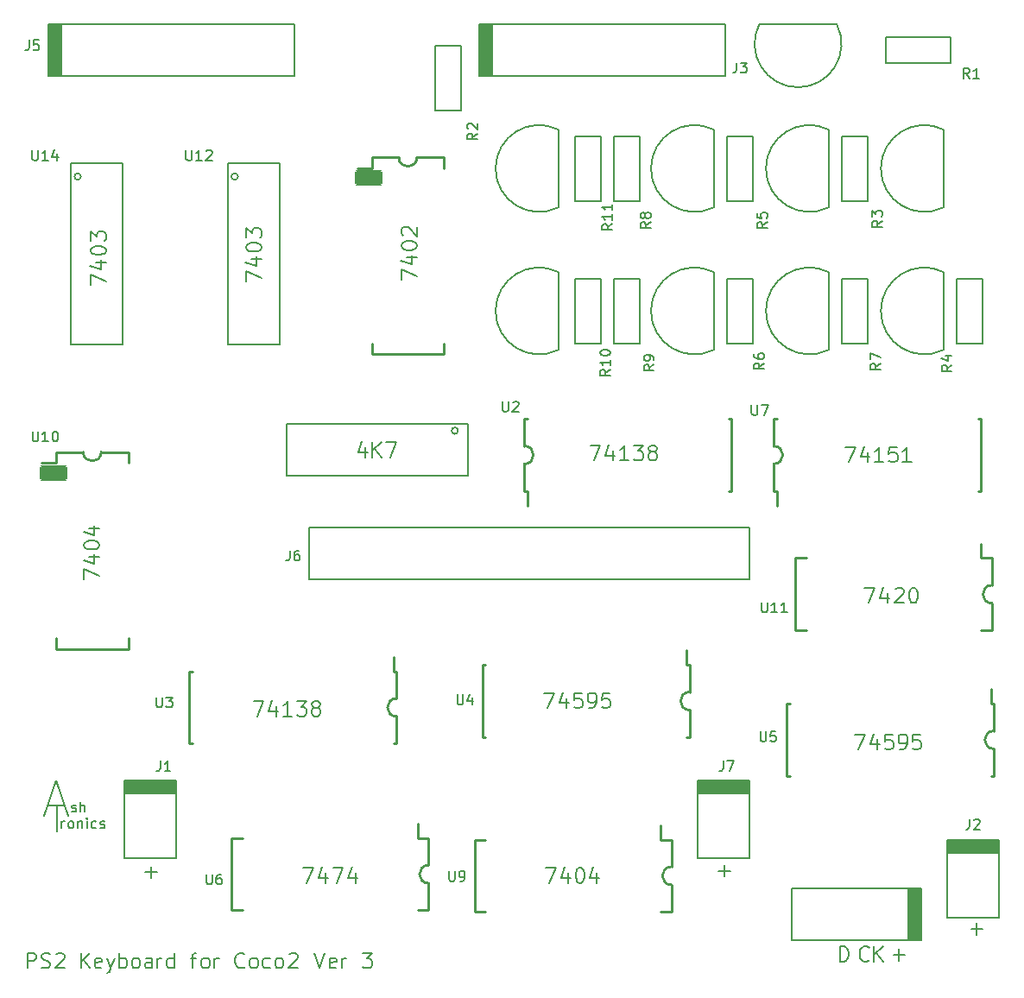
<source format=gbr>
G04 --- HEADER BEGIN --- *
G04 #@! TF.GenerationSoftware,LibrePCB,LibrePCB,1.0.0*
G04 #@! TF.CreationDate,2024-03-18T18:20:52*
G04 #@! TF.ProjectId,coco2 ps2 marriage,d66203e6-877b-4e41-8959-41fb69d6a211,v1*
G04 #@! TF.Part,Single*
G04 #@! TF.SameCoordinates*
G04 #@! TF.FileFunction,Legend,Top*
G04 #@! TF.FilePolarity,Positive*
%FSLAX66Y66*%
%MOMM*%
G01*
G75*
G04 --- HEADER END --- *
G04 --- APERTURE LIST BEGIN --- *
%ADD10C,0.25*%
%ADD11C,0.2*%
%ADD12C,0.01*%
%ADD13O,1.47X2.74*%
%AMROUNDEDRECT14*20,1,1.47,-1.27,0.0,1.27,0.0,90.0*20,1,1.27,-1.37,0.0,1.37,0.0,90.0*1,1,0.2,-0.635,-1.27*1,1,0.2,-0.635,1.27*1,1,0.2,0.635,1.27*1,1,0.2,0.635,-1.27*%
%ADD14ROUNDEDRECT14*%
%ADD15O,1.5X2.7*%
%ADD16O,2.7X1.5*%
%ADD17O,2.74X1.47*%
%AMROUNDEDRECT18*20,1,1.47,-1.27,0.0,1.27,0.0,0.0*20,1,1.27,-1.37,0.0,1.37,0.0,0.0*1,1,0.2,-1.27,0.635*1,1,0.2,1.27,0.635*1,1,0.2,1.27,-0.635*1,1,0.2,-1.27,-0.635*%
%ADD18ROUNDEDRECT18*%
G04 --- APERTURE LIST END --- *
G04 --- BOARD BEGIN --- *
D10*
G04 #@! TO.C,U4*
X49046250Y24966250D02*
X48736250Y24966250D01*
X48736250Y17896250D01*
X49046250Y17896250D01*
X68746250Y26386250D02*
X68746250Y24966250D01*
X69056250Y24966250D01*
X69056250Y22315250D01*
G03*
X69056250Y20547250I0J-884000D01*
G01*
X69056250Y17896250D01*
X68746250Y17896250D01*
D11*
G04 #@! TO.C,J3*
X48418750Y87788750D02*
X49688750Y87788750D01*
X49688750Y82708750D01*
X48418750Y82708750D01*
X48418750Y87788750D01*
D12*
G36*
X48418750Y87788750D02*
X49688750Y87788750D01*
X49688750Y82708750D01*
X48418750Y82708750D01*
X48418750Y87788750D01*
G37*
D11*
X49688750Y87788750D02*
X72548750Y87788750D01*
X72548750Y82708750D01*
X49688750Y82708750D01*
X49688750Y87788750D01*
D10*
G04 #@! TO.C,U6*
X42393750Y9400000D02*
X42393750Y7980000D01*
X43463750Y7980000D01*
X43463750Y5329000D01*
G03*
X43463750Y3561000I0J-884000D01*
G01*
X43463750Y910000D01*
X42393750Y910000D01*
X25233750Y7980000D02*
X24163750Y7980000D01*
X24163750Y910000D01*
X25233750Y910000D01*
D11*
G04 #@! TO.C,U12*
X23812500Y74136250D02*
X28892500Y74136250D01*
X28892500Y56356250D01*
X23812500Y56356250D01*
X23812500Y74136250D01*
X24765000Y72866250D02*
G02*
X24130000Y72866250I-317500J0D01*
G01*
G02*
X24765000Y72866250I317500J0D01*
G01*
G04 #@! TO.C,Q4*
X75882500Y87788750D02*
X83502500Y87788750D01*
X75882500Y87788750D02*
G03*
X83502500Y87788750I3810000J-1905000D01*
G01*
G04 #@! TO.C,R6*
X72707500Y62865000D02*
X72707500Y56515000D01*
X75247500Y56515000D01*
X75247500Y62865000D01*
X72707500Y62865000D01*
D10*
G04 #@! TO.C,U7*
X97321250Y42026250D02*
X97631250Y42026250D01*
X97631250Y49096250D01*
X97321250Y49096250D01*
X77621250Y40606250D02*
X77621250Y42026250D01*
X77311250Y42026250D01*
X77311250Y44677250D01*
G03*
X77311250Y46445250I0J884000D01*
G01*
X77311250Y49096250D01*
X77621250Y49096250D01*
D11*
G04 #@! TO.C,U14*
X8413750Y74136250D02*
X13493750Y74136250D01*
X13493750Y56356250D01*
X8413750Y56356250D01*
X8413750Y74136250D01*
X9366250Y72866250D02*
G02*
X8731250Y72866250I-317500J0D01*
G01*
G02*
X9366250Y72866250I317500J0D01*
G01*
G04 #@! TO.C,J1*
X18732500Y13652500D02*
X18732500Y12382500D01*
X13652500Y12382500D01*
X13652500Y13652500D01*
X18732500Y13652500D01*
D12*
G36*
X18732500Y13652500D02*
X18732500Y12382500D01*
X13652500Y12382500D01*
X13652500Y13652500D01*
X18732500Y13652500D01*
G37*
D11*
X18732500Y13652500D02*
X18732500Y6032500D01*
X13652500Y6032500D01*
X13652500Y13652500D01*
X18732500Y13652500D01*
G04 #@! TO.C,J4*
X91757500Y-2063750D02*
X90487500Y-2063750D01*
X90487500Y3016250D01*
X91757500Y3016250D01*
X91757500Y-2063750D01*
D12*
G36*
X91757500Y-2063750D02*
X90487500Y-2063750D01*
X90487500Y3016250D01*
X91757500Y3016250D01*
X91757500Y-2063750D01*
G37*
D11*
X91757500Y-2063750D02*
X79057500Y-2063750D01*
X79057500Y3016250D01*
X91757500Y3016250D01*
X91757500Y-2063750D01*
G04 #@! TO.C,Q1*
X56197500Y77470000D02*
X56197500Y69850000D01*
X56197500Y77470000D02*
G03*
X56197500Y69850000I-1905000J-3810000D01*
G01*
G04 #@! TO.C,R2*
X44132500Y85725000D02*
X44132500Y79375000D01*
X46672500Y79375000D01*
X46672500Y85725000D01*
X44132500Y85725000D01*
G04 #@! TO.C,Q6*
X71437500Y77470000D02*
X71437500Y69850000D01*
X71437500Y77470000D02*
G03*
X71437500Y69850000I-1905000J-3810000D01*
G01*
G04 #@! TO.C,R11*
X57785000Y76835000D02*
X57785000Y70485000D01*
X60325000Y70485000D01*
X60325000Y76835000D01*
X57785000Y76835000D01*
D10*
G04 #@! TO.C,ee*
X36478750Y73667500D02*
X37898750Y73667500D01*
X37898750Y74737500D01*
X40549750Y74737500D01*
G03*
X42317750Y74737500I884000J0D01*
G01*
X44968750Y74737500D01*
X44968750Y73667500D01*
X37898750Y56507500D02*
X37898750Y55437500D01*
X44968750Y55437500D01*
X44968750Y56507500D01*
G04 #@! TO.C,U5*
X78891250Y21156250D02*
X78581250Y21156250D01*
X78581250Y14086250D01*
X78891250Y14086250D01*
X98591250Y22576250D02*
X98591250Y21156250D01*
X98901250Y21156250D01*
X98901250Y18505250D01*
G03*
X98901250Y16737250I0J-884000D01*
G01*
X98901250Y14086250D01*
X98591250Y14086250D01*
D11*
G04 #@! TO.C,Q5*
X82708750Y77470000D02*
X82708750Y69850000D01*
X82708750Y77470000D02*
G03*
X82708750Y69850000I-1905000J-3810000D01*
G01*
G04 #@! TO.C,J6*
X74930000Y33337500D02*
X31750000Y33337500D01*
X31750000Y38417500D01*
X74930000Y38417500D01*
X74930000Y33337500D01*
X74930000Y33337500D02*
X74930000Y38417500D01*
G04 #@! TO.C,Q2*
X93980000Y63500000D02*
X93980000Y55880000D01*
X93980000Y63500000D02*
G03*
X93980000Y55880000I-1905000J-3810000D01*
G01*
G04 #@! TO.C,R3*
X83978750Y76835000D02*
X83978750Y70485000D01*
X86518750Y70485000D01*
X86518750Y76835000D01*
X83978750Y76835000D01*
G04 #@! TO.C,?1*
X7461250Y8969375D02*
X7461250Y9636042D01*
X7461250Y9446042D02*
X7509028Y9540486D01*
X7556806Y9588264D01*
X7651250Y9636042D01*
X7746806Y9636042D01*
X8336806Y8969375D02*
X8242362Y9017153D01*
X8194584Y9064931D01*
X8146806Y9159375D01*
X8146806Y9446042D01*
X8194584Y9540486D01*
X8242362Y9588264D01*
X8336806Y9636042D01*
X8480139Y9636042D01*
X8575695Y9588264D01*
X8623473Y9540486D01*
X8670139Y9446042D01*
X8670139Y9159375D01*
X8623473Y9064931D01*
X8575695Y9017153D01*
X8480139Y8969375D01*
X8336806Y8969375D01*
X9070139Y9636042D02*
X9070139Y8969375D01*
X9070139Y9540486D02*
X9117917Y9588264D01*
X9213472Y9636042D01*
X9355695Y9636042D01*
X9451250Y9588264D01*
X9499028Y9492708D01*
X9499028Y8969375D01*
X9946806Y8969375D02*
X9946806Y9636042D01*
X9946806Y9969375D02*
X9899028Y9921597D01*
X9946806Y9873819D01*
X9994584Y9921597D01*
X9946806Y9969375D01*
X9946806Y9873819D01*
X10871251Y9017153D02*
X10775695Y8969375D01*
X10584584Y8969375D01*
X10490140Y9017153D01*
X10442362Y9064931D01*
X10394584Y9159375D01*
X10394584Y9446042D01*
X10442362Y9540486D01*
X10490140Y9588264D01*
X10584584Y9636042D01*
X10775695Y9636042D01*
X10871251Y9588264D01*
X11271251Y9017153D02*
X11366807Y8969375D01*
X11556807Y8969375D01*
X11652362Y9017153D01*
X11700140Y9112708D01*
X11700140Y9159375D01*
X11652362Y9254931D01*
X11556807Y9302708D01*
X11414584Y9302708D01*
X11319029Y9350486D01*
X11271251Y9446042D01*
X11271251Y9492708D01*
X11319029Y9588264D01*
X11414584Y9636042D01*
X11556807Y9636042D01*
X11652362Y9588264D01*
X8493125Y10604653D02*
X8588681Y10556875D01*
X8778681Y10556875D01*
X8874236Y10604653D01*
X8922014Y10700208D01*
X8922014Y10746875D01*
X8874236Y10842431D01*
X8778681Y10890208D01*
X8636458Y10890208D01*
X8540903Y10937986D01*
X8493125Y11033542D01*
X8493125Y11080208D01*
X8540903Y11175764D01*
X8636458Y11223542D01*
X8778681Y11223542D01*
X8874236Y11175764D01*
X9322014Y10556875D02*
X9322014Y11556875D01*
X9750903Y10556875D02*
X9750903Y11080208D01*
X9703125Y11175764D01*
X9607570Y11223542D01*
X9465347Y11223542D01*
X9369792Y11175764D01*
X9322014Y11127986D01*
X6270625Y11151875D02*
X7698403Y11151875D01*
X6984514Y8651875D02*
X6984514Y11151875D01*
X6128819Y11159444D02*
X7793264Y11159444D01*
X5794375Y10160000D02*
X6961042Y13660000D01*
X8127708Y10160000D01*
G04 #@! TO.C,RA1*
X47307500Y48577500D02*
X47307500Y43497500D01*
X29527500Y43497500D01*
X29527500Y48577500D01*
X47307500Y48577500D01*
X46355000Y47942500D02*
G02*
X45720000Y47942500I-317500J0D01*
G01*
G02*
X46355000Y47942500I317500J0D01*
G01*
G04 #@! TO.C,Q3*
X93980000Y77470000D02*
X93980000Y69850000D01*
X93980000Y77470000D02*
G03*
X93980000Y69850000I-1905000J-3810000D01*
G01*
G04 #@! TO.C,J5*
X6191250Y87788750D02*
X7461250Y87788750D01*
X7461250Y82708750D01*
X6191250Y82708750D01*
X6191250Y87788750D01*
D12*
G36*
X6191250Y87788750D02*
X7461250Y87788750D01*
X7461250Y82708750D01*
X6191250Y82708750D01*
X6191250Y87788750D01*
G37*
D11*
X7461250Y87788750D02*
X30321250Y87788750D01*
X30321250Y82708750D01*
X7461250Y82708750D01*
X7461250Y87788750D01*
G04 #@! TO.C,Q9*
X82708750Y63500000D02*
X82708750Y55880000D01*
X82708750Y63500000D02*
G03*
X82708750Y55880000I-1905000J-3810000D01*
G01*
G04 #@! TO.C,R5*
X72707500Y76835000D02*
X72707500Y70485000D01*
X75247500Y70485000D01*
X75247500Y76835000D01*
X72707500Y76835000D01*
G04 #@! TO.C,R1*
X88265000Y83978750D02*
X94615000Y83978750D01*
X94615000Y86518750D01*
X88265000Y86518750D01*
X88265000Y83978750D01*
G04 #@! TO.C,R9*
X61595000Y62865000D02*
X61595000Y56515000D01*
X64135000Y56515000D01*
X64135000Y62865000D01*
X61595000Y62865000D01*
D10*
G04 #@! TO.C,U10*
X5522500Y44775000D02*
X6942500Y44775000D01*
X6942500Y45845000D01*
X9593500Y45845000D01*
G03*
X11361500Y45845000I884000J0D01*
G01*
X14012500Y45845000D01*
X14012500Y44775000D01*
X6942500Y27615000D02*
X6942500Y26545000D01*
X14012500Y26545000D01*
X14012500Y27615000D01*
D11*
G04 #@! TO.C,Q8*
X56197500Y63500000D02*
X56197500Y55880000D01*
X56197500Y63500000D02*
G03*
X56197500Y55880000I-1905000J-3810000D01*
G01*
G04 #@! TO.C,J2*
X99377500Y7778750D02*
X99377500Y6508750D01*
X94297500Y6508750D01*
X94297500Y7778750D01*
X99377500Y7778750D01*
D12*
G36*
X99377500Y7778750D02*
X99377500Y6508750D01*
X94297500Y6508750D01*
X94297500Y7778750D01*
X99377500Y7778750D01*
G37*
D11*
X99377500Y7778750D02*
X99377500Y158750D01*
X94297500Y158750D01*
X94297500Y7778750D01*
X99377500Y7778750D01*
G04 #@! TO.C,R4*
X95250000Y62865000D02*
X95250000Y56515000D01*
X97790000Y56515000D01*
X97790000Y62865000D01*
X95250000Y62865000D01*
G04 #@! TO.C,R8*
X61595000Y76835000D02*
X61595000Y70485000D01*
X64135000Y70485000D01*
X64135000Y76835000D01*
X61595000Y76835000D01*
D10*
G04 #@! TO.C,U9*
X66206250Y9241250D02*
X66206250Y7821250D01*
X67276250Y7821250D01*
X67276250Y5170250D01*
G03*
X67276250Y3402250I0J-884000D01*
G01*
X67276250Y751250D01*
X66206250Y751250D01*
X49046250Y7821250D02*
X47976250Y7821250D01*
X47976250Y751250D01*
X49046250Y751250D01*
D11*
G04 #@! TO.C,R10*
X57785000Y62865000D02*
X57785000Y56515000D01*
X60325000Y56515000D01*
X60325000Y62865000D01*
X57785000Y62865000D01*
G04 #@! TO.C,R7*
X83978750Y62865000D02*
X83978750Y56515000D01*
X86518750Y56515000D01*
X86518750Y62865000D01*
X83978750Y62865000D01*
D10*
G04 #@! TO.C,U3*
X20312500Y24331250D02*
X20002500Y24331250D01*
X20002500Y17261250D01*
X20312500Y17261250D01*
X40012500Y25751250D02*
X40012500Y24331250D01*
X40322500Y24331250D01*
X40322500Y21680250D01*
G03*
X40322500Y19912250I0J-884000D01*
G01*
X40322500Y17261250D01*
X40012500Y17261250D01*
D11*
G04 #@! TO.C,Q7*
X71437500Y63500000D02*
X71437500Y55880000D01*
X71437500Y63500000D02*
G03*
X71437500Y55880000I-1905000J-3810000D01*
G01*
G04 #@! TO.C,J7*
X74930000Y13652500D02*
X74930000Y12382500D01*
X69850000Y12382500D01*
X69850000Y13652500D01*
X74930000Y13652500D01*
D12*
G36*
X74930000Y13652500D02*
X74930000Y12382500D01*
X69850000Y12382500D01*
X69850000Y13652500D01*
X74930000Y13652500D01*
G37*
D11*
X74930000Y13652500D02*
X74930000Y6032500D01*
X69850000Y6032500D01*
X69850000Y13652500D01*
X74930000Y13652500D01*
D10*
G04 #@! TO.C,U11*
X97638750Y36863750D02*
X97638750Y35443750D01*
X98708750Y35443750D01*
X98708750Y32792750D01*
G03*
X98708750Y31024750I0J-884000D01*
G01*
X98708750Y28373750D01*
X97638750Y28373750D01*
X80478750Y35443750D02*
X79408750Y35443750D01*
X79408750Y28373750D01*
X80478750Y28373750D01*
G04 #@! TO.C,U2*
X72873750Y42026250D02*
X73183750Y42026250D01*
X73183750Y49096250D01*
X72873750Y49096250D01*
X53173750Y40606250D02*
X53173750Y42026250D01*
X52863750Y42026250D01*
X52863750Y44677250D01*
G03*
X52863750Y46445250I0J884000D01*
G01*
X52863750Y49096250D01*
X53173750Y49096250D01*
D11*
G04 #@! TO.C,U4*
X46285000Y22066250D02*
X46285000Y21256250D01*
X46332778Y21161806D01*
X46380556Y21114028D01*
X46475000Y21066250D01*
X46666111Y21066250D01*
X46761667Y21114028D01*
X46808333Y21161806D01*
X46856111Y21256250D01*
X46856111Y22066250D01*
X47732778Y21732917D02*
X47732778Y21066250D01*
X47493889Y22114028D02*
X47256111Y21399583D01*
X47875000Y21399583D01*
G04 #@! TO.C,J3*
X73658611Y84026250D02*
X73658611Y83311806D01*
X73610833Y83169583D01*
X73515278Y83074028D01*
X73373056Y83026250D01*
X73277500Y83026250D01*
X74058611Y84026250D02*
X74677500Y84026250D01*
X74344167Y83645139D01*
X74487500Y83645139D01*
X74581944Y83597361D01*
X74629722Y83549583D01*
X74677500Y83455139D01*
X74677500Y83216250D01*
X74629722Y83121806D01*
X74581944Y83074028D01*
X74487500Y83026250D01*
X74201944Y83026250D01*
X74106389Y83074028D01*
X74058611Y83121806D01*
G04 #@! TO.C,U6*
X21668889Y4445000D02*
X21668889Y3635000D01*
X21716667Y3540556D01*
X21764445Y3492778D01*
X21858889Y3445000D01*
X22050000Y3445000D01*
X22145556Y3492778D01*
X22192222Y3540556D01*
X22240000Y3635000D01*
X22240000Y4445000D01*
X23116667Y4445000D02*
X22925556Y4445000D01*
X22830000Y4397222D01*
X22783333Y4349444D01*
X22687778Y4207222D01*
X22640000Y4016111D01*
X22640000Y3635000D01*
X22687778Y3540556D01*
X22735556Y3492778D01*
X22830000Y3445000D01*
X23021111Y3445000D01*
X23116667Y3492778D01*
X23163333Y3540556D01*
X23211111Y3635000D01*
X23211111Y3873889D01*
X23163333Y3968333D01*
X23116667Y4016111D01*
X23021111Y4063889D01*
X22830000Y4063889D01*
X22735556Y4016111D01*
X22687778Y3968333D01*
X22640000Y3873889D01*
G04 #@! TO.C,U12*
X19674445Y75453750D02*
X19674445Y74643750D01*
X19722223Y74549306D01*
X19770001Y74501528D01*
X19864445Y74453750D01*
X20055556Y74453750D01*
X20151112Y74501528D01*
X20197778Y74549306D01*
X20245556Y74643750D01*
X20245556Y75453750D01*
X21216667Y74453750D02*
X20645556Y74453750D01*
X20931112Y74453750D02*
X20931112Y75453750D01*
X20835556Y75310417D01*
X20741112Y75215972D01*
X20645556Y75168194D01*
X21664445Y75358194D02*
X21712223Y75405972D01*
X21806667Y75453750D01*
X22045556Y75453750D01*
X22140000Y75405972D01*
X22187778Y75358194D01*
X22235556Y75263750D01*
X22235556Y75168194D01*
X22187778Y75024861D01*
X21616667Y74453750D01*
X22235556Y74453750D01*
G04 #@! TO.C,R6*
X76358750Y54568750D02*
X75882083Y54235417D01*
X76358750Y53997639D02*
X75358750Y53997639D01*
X75358750Y54378750D01*
X75406528Y54474306D01*
X75454306Y54520972D01*
X75548750Y54568750D01*
X75692083Y54568750D01*
X75787639Y54520972D01*
X75835417Y54474306D01*
X75882083Y54378750D01*
X75882083Y53997639D01*
X75358750Y55445417D02*
X75358750Y55254306D01*
X75406528Y55158750D01*
X75454306Y55112083D01*
X75596528Y55016528D01*
X75787639Y54968750D01*
X76168750Y54968750D01*
X76263194Y55016528D01*
X76310972Y55064306D01*
X76358750Y55158750D01*
X76358750Y55349861D01*
X76310972Y55445417D01*
X76263194Y55492083D01*
X76168750Y55539861D01*
X75929861Y55539861D01*
X75835417Y55492083D01*
X75787639Y55445417D01*
X75739861Y55349861D01*
X75739861Y55158750D01*
X75787639Y55064306D01*
X75835417Y55016528D01*
X75929861Y54968750D01*
G04 #@! TO.C,U7*
X75132361Y50482500D02*
X75132361Y49672500D01*
X75180139Y49578056D01*
X75227917Y49530278D01*
X75322361Y49482500D01*
X75513472Y49482500D01*
X75609028Y49530278D01*
X75655694Y49578056D01*
X75703472Y49672500D01*
X75703472Y50482500D01*
X76103472Y50482500D02*
X76770139Y50482500D01*
X76341250Y49482500D01*
G04 #@! TO.C,U14*
X4593195Y75453750D02*
X4593195Y74643750D01*
X4640973Y74549306D01*
X4688751Y74501528D01*
X4783195Y74453750D01*
X4974306Y74453750D01*
X5069862Y74501528D01*
X5116528Y74549306D01*
X5164306Y74643750D01*
X5164306Y75453750D01*
X6135417Y74453750D02*
X5564306Y74453750D01*
X5849862Y74453750D02*
X5849862Y75453750D01*
X5754306Y75310417D01*
X5659862Y75215972D01*
X5564306Y75168194D01*
X7012084Y75120417D02*
X7012084Y74453750D01*
X6773195Y75501528D02*
X6535417Y74787083D01*
X7154306Y74787083D01*
G04 #@! TO.C,J1*
X17167500Y15557500D02*
X17167500Y14843056D01*
X17119722Y14700833D01*
X17024167Y14605278D01*
X16881945Y14557500D01*
X16786389Y14557500D01*
X18138611Y14557500D02*
X17567500Y14557500D01*
X17853056Y14557500D02*
X17853056Y15557500D01*
X17757500Y15414167D01*
X17663056Y15319722D01*
X17567500Y15271944D01*
G04 #@! TO.C,R2*
X48260000Y77087361D02*
X47783333Y76754028D01*
X48260000Y76516250D02*
X47260000Y76516250D01*
X47260000Y76897361D01*
X47307778Y76992917D01*
X47355556Y77039583D01*
X47450000Y77087361D01*
X47593333Y77087361D01*
X47688889Y77039583D01*
X47736667Y76992917D01*
X47783333Y76897361D01*
X47783333Y76516250D01*
X47355556Y77535139D02*
X47307778Y77582917D01*
X47260000Y77677361D01*
X47260000Y77916250D01*
X47307778Y78010694D01*
X47355556Y78058472D01*
X47450000Y78106250D01*
X47545556Y78106250D01*
X47688889Y78058472D01*
X48260000Y77487361D01*
X48260000Y78106250D01*
G04 #@! TO.C,R11*
X61483750Y68211945D02*
X61007083Y67878612D01*
X61483750Y67640834D02*
X60483750Y67640834D01*
X60483750Y68021945D01*
X60531528Y68117501D01*
X60579306Y68164167D01*
X60673750Y68211945D01*
X60817083Y68211945D01*
X60912639Y68164167D01*
X60960417Y68117501D01*
X61007083Y68021945D01*
X61007083Y67640834D01*
X61483750Y69183056D02*
X61483750Y68611945D01*
X61483750Y68897501D02*
X60483750Y68897501D01*
X60627083Y68801945D01*
X60721528Y68707501D01*
X60769306Y68611945D01*
X61483750Y70154167D02*
X61483750Y69583056D01*
X61483750Y69868612D02*
X60483750Y69868612D01*
X60627083Y69773056D01*
X60721528Y69678612D01*
X60769306Y69583056D01*
G04 #@! TO.C,U5*
X75995139Y18462500D02*
X75995139Y17652500D01*
X76042917Y17558056D01*
X76090695Y17510278D01*
X76185139Y17462500D01*
X76376250Y17462500D01*
X76471806Y17510278D01*
X76518472Y17558056D01*
X76566250Y17652500D01*
X76566250Y18462500D01*
X77489583Y18462500D02*
X77014028Y18462500D01*
X76966250Y17985833D01*
X77014028Y18033611D01*
X77109583Y18081389D01*
X77347361Y18081389D01*
X77442917Y18033611D01*
X77489583Y17985833D01*
X77537361Y17891389D01*
X77537361Y17652500D01*
X77489583Y17558056D01*
X77442917Y17510278D01*
X77347361Y17462500D01*
X77109583Y17462500D01*
X77014028Y17510278D01*
X76966250Y17558056D01*
G04 #@! TO.C,J6*
X29867500Y36195000D02*
X29867500Y35480556D01*
X29819722Y35338333D01*
X29724167Y35242778D01*
X29581945Y35195000D01*
X29486389Y35195000D01*
X30744167Y36195000D02*
X30553056Y36195000D01*
X30457500Y36147222D01*
X30410833Y36099444D01*
X30315278Y35957222D01*
X30267500Y35766111D01*
X30267500Y35385000D01*
X30315278Y35290556D01*
X30363056Y35242778D01*
X30457500Y35195000D01*
X30648611Y35195000D01*
X30744167Y35242778D01*
X30790833Y35290556D01*
X30838611Y35385000D01*
X30838611Y35623889D01*
X30790833Y35718333D01*
X30744167Y35766111D01*
X30648611Y35813889D01*
X30457500Y35813889D01*
X30363056Y35766111D01*
X30315278Y35718333D01*
X30267500Y35623889D01*
G04 #@! TO.C,R3*
X87947500Y68514861D02*
X87470833Y68181528D01*
X87947500Y67943750D02*
X86947500Y67943750D01*
X86947500Y68324861D01*
X86995278Y68420417D01*
X87043056Y68467083D01*
X87137500Y68514861D01*
X87280833Y68514861D01*
X87376389Y68467083D01*
X87424167Y68420417D01*
X87470833Y68324861D01*
X87470833Y67943750D01*
X86947500Y68914861D02*
X86947500Y69533750D01*
X87328611Y69200417D01*
X87328611Y69343750D01*
X87376389Y69438194D01*
X87424167Y69485972D01*
X87518611Y69533750D01*
X87757500Y69533750D01*
X87851944Y69485972D01*
X87899722Y69438194D01*
X87947500Y69343750D01*
X87947500Y69058194D01*
X87899722Y68962639D01*
X87851944Y68914861D01*
G04 #@! TO.C,J5*
X4308750Y86248750D02*
X4308750Y85534306D01*
X4260972Y85392083D01*
X4165417Y85296528D01*
X4023195Y85248750D01*
X3927639Y85248750D01*
X5232083Y86248750D02*
X4756528Y86248750D01*
X4708750Y85772083D01*
X4756528Y85819861D01*
X4852083Y85867639D01*
X5089861Y85867639D01*
X5185417Y85819861D01*
X5232083Y85772083D01*
X5279861Y85677639D01*
X5279861Y85438750D01*
X5232083Y85344306D01*
X5185417Y85296528D01*
X5089861Y85248750D01*
X4852083Y85248750D01*
X4756528Y85296528D01*
X4708750Y85344306D01*
G04 #@! TO.C,R5*
X76676250Y68380000D02*
X76199583Y68046667D01*
X76676250Y67808889D02*
X75676250Y67808889D01*
X75676250Y68190000D01*
X75724028Y68285556D01*
X75771806Y68332222D01*
X75866250Y68380000D01*
X76009583Y68380000D01*
X76105139Y68332222D01*
X76152917Y68285556D01*
X76199583Y68190000D01*
X76199583Y67808889D01*
X75676250Y69303333D02*
X75676250Y68827778D01*
X76152917Y68780000D01*
X76105139Y68827778D01*
X76057361Y68923333D01*
X76057361Y69161111D01*
X76105139Y69256667D01*
X76152917Y69303333D01*
X76247361Y69351111D01*
X76486250Y69351111D01*
X76580694Y69303333D01*
X76628472Y69256667D01*
X76676250Y69161111D01*
X76676250Y68923333D01*
X76628472Y68827778D01*
X76580694Y68780000D01*
G04 #@! TO.C,R1*
X96478750Y82502500D02*
X96145417Y82979167D01*
X95907639Y82502500D02*
X95907639Y83502500D01*
X96288750Y83502500D01*
X96384306Y83454722D01*
X96430972Y83406944D01*
X96478750Y83312500D01*
X96478750Y83169167D01*
X96430972Y83073611D01*
X96384306Y83025833D01*
X96288750Y82979167D01*
X95907639Y82979167D01*
X97449861Y82502500D02*
X96878750Y82502500D01*
X97164306Y82502500D02*
X97164306Y83502500D01*
X97068750Y83359167D01*
X96974306Y83264722D01*
X96878750Y83216944D01*
G04 #@! TO.C,R9*
X65563750Y54410000D02*
X65087083Y54076667D01*
X65563750Y53838889D02*
X64563750Y53838889D01*
X64563750Y54220000D01*
X64611528Y54315556D01*
X64659306Y54362222D01*
X64753750Y54410000D01*
X64897083Y54410000D01*
X64992639Y54362222D01*
X65040417Y54315556D01*
X65087083Y54220000D01*
X65087083Y53838889D01*
X65563750Y54905556D02*
X65563750Y55095556D01*
X65515972Y55191111D01*
X65468194Y55238889D01*
X65325972Y55333333D01*
X65134861Y55381111D01*
X64753750Y55381111D01*
X64659306Y55333333D01*
X64611528Y55286667D01*
X64563750Y55191111D01*
X64563750Y55000000D01*
X64611528Y54905556D01*
X64659306Y54857778D01*
X64753750Y54810000D01*
X64992639Y54810000D01*
X65087083Y54857778D01*
X65134861Y54905556D01*
X65182639Y55000000D01*
X65182639Y55191111D01*
X65134861Y55286667D01*
X65087083Y55333333D01*
X64992639Y55381111D01*
G04 #@! TO.C,U10*
X4617084Y47887500D02*
X4617084Y47077500D01*
X4664862Y46983056D01*
X4712640Y46935278D01*
X4807084Y46887500D01*
X4998195Y46887500D01*
X5093751Y46935278D01*
X5140417Y46983056D01*
X5188195Y47077500D01*
X5188195Y47887500D01*
X6159306Y46887500D02*
X5588195Y46887500D01*
X5873751Y46887500D02*
X5873751Y47887500D01*
X5778195Y47744167D01*
X5683751Y47649722D01*
X5588195Y47601944D01*
X6797084Y47887500D02*
X6892639Y47887500D01*
X6988195Y47839722D01*
X7035973Y47791944D01*
X7082639Y47697500D01*
X7130417Y47506389D01*
X7130417Y47268611D01*
X7082639Y47077500D01*
X7035973Y46983056D01*
X6988195Y46935278D01*
X6892639Y46887500D01*
X6797084Y46887500D01*
X6702639Y46935278D01*
X6654862Y46983056D01*
X6607084Y47077500D01*
X6559306Y47268611D01*
X6559306Y47506389D01*
X6607084Y47697500D01*
X6654862Y47791944D01*
X6702639Y47839722D01*
X6797084Y47887500D01*
G04 #@! TO.C,J2*
X96518611Y9842500D02*
X96518611Y9128056D01*
X96470833Y8985833D01*
X96375278Y8890278D01*
X96233056Y8842500D01*
X96137500Y8842500D01*
X96966389Y9746944D02*
X97014167Y9794722D01*
X97108611Y9842500D01*
X97347500Y9842500D01*
X97441944Y9794722D01*
X97489722Y9746944D01*
X97537500Y9652500D01*
X97537500Y9556944D01*
X97489722Y9413611D01*
X96918611Y8842500D01*
X97537500Y8842500D01*
G04 #@! TO.C,R4*
X94773750Y54386111D02*
X94297083Y54052778D01*
X94773750Y53815000D02*
X93773750Y53815000D01*
X93773750Y54196111D01*
X93821528Y54291667D01*
X93869306Y54338333D01*
X93963750Y54386111D01*
X94107083Y54386111D01*
X94202639Y54338333D01*
X94250417Y54291667D01*
X94297083Y54196111D01*
X94297083Y53815000D01*
X94107083Y55262778D02*
X94773750Y55262778D01*
X93725972Y55023889D02*
X94440417Y54786111D01*
X94440417Y55405000D01*
G04 #@! TO.C,R8*
X65246250Y68380000D02*
X64769583Y68046667D01*
X65246250Y67808889D02*
X64246250Y67808889D01*
X64246250Y68190000D01*
X64294028Y68285556D01*
X64341806Y68332222D01*
X64436250Y68380000D01*
X64579583Y68380000D01*
X64675139Y68332222D01*
X64722917Y68285556D01*
X64769583Y68190000D01*
X64769583Y67808889D01*
X64675139Y68970000D02*
X64627361Y68875556D01*
X64579583Y68827778D01*
X64484028Y68780000D01*
X64436250Y68780000D01*
X64341806Y68827778D01*
X64294028Y68875556D01*
X64246250Y68970000D01*
X64246250Y69161111D01*
X64294028Y69256667D01*
X64341806Y69303333D01*
X64436250Y69351111D01*
X64484028Y69351111D01*
X64579583Y69303333D01*
X64627361Y69256667D01*
X64675139Y69161111D01*
X64675139Y68970000D01*
X64722917Y68875556D01*
X64769583Y68827778D01*
X64865139Y68780000D01*
X65056250Y68780000D01*
X65150694Y68827778D01*
X65198472Y68875556D01*
X65246250Y68970000D01*
X65246250Y69161111D01*
X65198472Y69256667D01*
X65150694Y69303333D01*
X65056250Y69351111D01*
X64865139Y69351111D01*
X64769583Y69303333D01*
X64722917Y69256667D01*
X64675139Y69161111D01*
G04 #@! TO.C,U9*
X45481389Y4762500D02*
X45481389Y3952500D01*
X45529167Y3858056D01*
X45576945Y3810278D01*
X45671389Y3762500D01*
X45862500Y3762500D01*
X45958056Y3810278D01*
X46004722Y3858056D01*
X46052500Y3952500D01*
X46052500Y4762500D01*
X46548056Y3762500D02*
X46738056Y3762500D01*
X46833611Y3810278D01*
X46881389Y3858056D01*
X46975833Y4000278D01*
X47023611Y4191389D01*
X47023611Y4572500D01*
X46975833Y4666944D01*
X46929167Y4714722D01*
X46833611Y4762500D01*
X46642500Y4762500D01*
X46548056Y4714722D01*
X46500278Y4666944D01*
X46452500Y4572500D01*
X46452500Y4333611D01*
X46500278Y4239167D01*
X46548056Y4191389D01*
X46642500Y4143611D01*
X46833611Y4143611D01*
X46929167Y4191389D01*
X46975833Y4239167D01*
X47023611Y4333611D01*
G04 #@! TO.C,R10*
X61277500Y53924445D02*
X60800833Y53591112D01*
X61277500Y53353334D02*
X60277500Y53353334D01*
X60277500Y53734445D01*
X60325278Y53830001D01*
X60373056Y53876667D01*
X60467500Y53924445D01*
X60610833Y53924445D01*
X60706389Y53876667D01*
X60754167Y53830001D01*
X60800833Y53734445D01*
X60800833Y53353334D01*
X61277500Y54895556D02*
X61277500Y54324445D01*
X61277500Y54610001D02*
X60277500Y54610001D01*
X60420833Y54514445D01*
X60515278Y54420001D01*
X60563056Y54324445D01*
X60277500Y55533334D02*
X60277500Y55628889D01*
X60325278Y55724445D01*
X60373056Y55772223D01*
X60467500Y55818889D01*
X60658611Y55866667D01*
X60896389Y55866667D01*
X61087500Y55818889D01*
X61181944Y55772223D01*
X61229722Y55724445D01*
X61277500Y55628889D01*
X61277500Y55533334D01*
X61229722Y55438889D01*
X61181944Y55391112D01*
X61087500Y55343334D01*
X60896389Y55295556D01*
X60658611Y55295556D01*
X60467500Y55343334D01*
X60373056Y55391112D01*
X60325278Y55438889D01*
X60277500Y55533334D01*
G04 #@! TO.C,R7*
X87788750Y54520972D02*
X87312083Y54187639D01*
X87788750Y53949861D02*
X86788750Y53949861D01*
X86788750Y54330972D01*
X86836528Y54426528D01*
X86884306Y54473194D01*
X86978750Y54520972D01*
X87122083Y54520972D01*
X87217639Y54473194D01*
X87265417Y54426528D01*
X87312083Y54330972D01*
X87312083Y53949861D01*
X86788750Y54920972D02*
X86788750Y55587639D01*
X87788750Y55158750D01*
G04 #@! TO.C,U3*
X16757500Y21796250D02*
X16757500Y20986250D01*
X16805278Y20891806D01*
X16853056Y20844028D01*
X16947500Y20796250D01*
X17138611Y20796250D01*
X17234167Y20844028D01*
X17280833Y20891806D01*
X17328611Y20986250D01*
X17328611Y21796250D01*
X17728611Y21796250D02*
X18347500Y21796250D01*
X18014167Y21415139D01*
X18157500Y21415139D01*
X18251944Y21367361D01*
X18299722Y21319583D01*
X18347500Y21225139D01*
X18347500Y20986250D01*
X18299722Y20891806D01*
X18251944Y20844028D01*
X18157500Y20796250D01*
X17871944Y20796250D01*
X17776389Y20844028D01*
X17728611Y20891806D01*
G04 #@! TO.C,J7*
X72364722Y15557500D02*
X72364722Y14843056D01*
X72316944Y14700833D01*
X72221389Y14605278D01*
X72079167Y14557500D01*
X71983611Y14557500D01*
X72764722Y15557500D02*
X73431389Y15557500D01*
X73002500Y14557500D01*
G04 #@! TO.C,U11*
X76110834Y31115000D02*
X76110834Y30305000D01*
X76158612Y30210556D01*
X76206390Y30162778D01*
X76300834Y30115000D01*
X76491945Y30115000D01*
X76587501Y30162778D01*
X76634167Y30210556D01*
X76681945Y30305000D01*
X76681945Y31115000D01*
X77653056Y30115000D02*
X77081945Y30115000D01*
X77367501Y30115000D02*
X77367501Y31115000D01*
X77271945Y30971667D01*
X77177501Y30877222D01*
X77081945Y30829444D01*
X78624167Y30115000D02*
X78053056Y30115000D01*
X78338612Y30115000D02*
X78338612Y31115000D01*
X78243056Y30971667D01*
X78148612Y30877222D01*
X78053056Y30829444D01*
G04 #@! TO.C,U2*
X50708750Y50800000D02*
X50708750Y49990000D01*
X50756528Y49895556D01*
X50804306Y49847778D01*
X50898750Y49800000D01*
X51089861Y49800000D01*
X51185417Y49847778D01*
X51232083Y49895556D01*
X51279861Y49990000D01*
X51279861Y50800000D01*
X51727639Y50704444D02*
X51775417Y50752222D01*
X51869861Y50800000D01*
X52108750Y50800000D01*
X52203194Y50752222D01*
X52250972Y50704444D01*
X52298750Y50610000D01*
X52298750Y50514444D01*
X52250972Y50371111D01*
X51679861Y49800000D01*
X52298750Y49800000D01*
G04 #@! TD*
X85248750Y18168750D02*
X86248750Y18168750D01*
X85605417Y16668750D01*
X87463750Y17668750D02*
X87463750Y16668750D01*
X87105417Y18240417D02*
X86748750Y17168750D01*
X87677083Y17168750D01*
X88962083Y18168750D02*
X88248750Y18168750D01*
X88177083Y17453750D01*
X88248750Y17525417D01*
X88392083Y17597083D01*
X88748750Y17597083D01*
X88892083Y17525417D01*
X88962083Y17453750D01*
X89033750Y17312083D01*
X89033750Y16953750D01*
X88962083Y16812083D01*
X88892083Y16740417D01*
X88748750Y16668750D01*
X88392083Y16668750D01*
X88248750Y16740417D01*
X88177083Y16812083D01*
X89677083Y16668750D02*
X89962083Y16668750D01*
X90105417Y16740417D01*
X90177083Y16812083D01*
X90318750Y17025417D01*
X90390417Y17312083D01*
X90390417Y17883750D01*
X90318750Y18025417D01*
X90248750Y18097083D01*
X90105417Y18168750D01*
X89818750Y18168750D01*
X89677083Y18097083D01*
X89605417Y18025417D01*
X89533750Y17883750D01*
X89533750Y17525417D01*
X89605417Y17383750D01*
X89677083Y17312083D01*
X89818750Y17240417D01*
X90105417Y17240417D01*
X90248750Y17312083D01*
X90318750Y17383750D01*
X90390417Y17525417D01*
X91675417Y18168750D02*
X90962084Y18168750D01*
X90890417Y17453750D01*
X90962084Y17525417D01*
X91105417Y17597083D01*
X91462084Y17597083D01*
X91605417Y17525417D01*
X91675417Y17453750D01*
X91747084Y17312083D01*
X91747084Y16953750D01*
X91675417Y16812083D01*
X91605417Y16740417D01*
X91462084Y16668750D01*
X91105417Y16668750D01*
X90962084Y16740417D01*
X90890417Y16812083D01*
X84306666Y46355000D02*
X85306666Y46355000D01*
X84663333Y44855000D01*
X86521666Y45855000D02*
X86521666Y44855000D01*
X86163333Y46426667D02*
X85806666Y45355000D01*
X86734999Y45355000D01*
X88091666Y44855000D02*
X87234999Y44855000D01*
X87663332Y44855000D02*
X87663332Y46355000D01*
X87519999Y46140000D01*
X87378332Y45998333D01*
X87234999Y45926667D01*
X89376666Y46355000D02*
X88663333Y46355000D01*
X88591666Y45640000D01*
X88663333Y45711667D01*
X88806666Y45783333D01*
X89163333Y45783333D01*
X89306666Y45711667D01*
X89376666Y45640000D01*
X89448333Y45498333D01*
X89448333Y45140000D01*
X89376666Y44998333D01*
X89306666Y44926667D01*
X89163333Y44855000D01*
X88806666Y44855000D01*
X88663333Y44926667D01*
X88591666Y44998333D01*
X90805000Y44855000D02*
X89948333Y44855000D01*
X90376666Y44855000D02*
X90376666Y46355000D01*
X90233333Y46140000D01*
X90091666Y45998333D01*
X89948333Y45926667D01*
X59311250Y46513750D02*
X60311250Y46513750D01*
X59667917Y45013750D01*
X61526250Y46013750D02*
X61526250Y45013750D01*
X61167917Y46585417D02*
X60811250Y45513750D01*
X61739583Y45513750D01*
X63096250Y45013750D02*
X62239583Y45013750D01*
X62667916Y45013750D02*
X62667916Y46513750D01*
X62524583Y46298750D01*
X62382916Y46157083D01*
X62239583Y46085417D01*
X63596250Y46513750D02*
X64524583Y46513750D01*
X64024583Y45942083D01*
X64239583Y45942083D01*
X64381250Y45870417D01*
X64452917Y45798750D01*
X64524583Y45657083D01*
X64524583Y45298750D01*
X64452917Y45157083D01*
X64381250Y45085417D01*
X64239583Y45013750D01*
X63811250Y45013750D01*
X63667917Y45085417D01*
X63596250Y45157083D01*
X65309583Y45870417D02*
X65167916Y45942083D01*
X65096250Y46013750D01*
X65024583Y46157083D01*
X65024583Y46228750D01*
X65096250Y46370417D01*
X65167916Y46442083D01*
X65309583Y46513750D01*
X65596250Y46513750D01*
X65739583Y46442083D01*
X65809583Y46370417D01*
X65881250Y46228750D01*
X65881250Y46157083D01*
X65809583Y46013750D01*
X65739583Y45942083D01*
X65596250Y45870417D01*
X65309583Y45870417D01*
X65167916Y45798750D01*
X65096250Y45728750D01*
X65024583Y45585417D01*
X65024583Y45298750D01*
X65096250Y45157083D01*
X65167916Y45085417D01*
X65309583Y45013750D01*
X65596250Y45013750D01*
X65739583Y45085417D01*
X65809583Y45157083D01*
X65881250Y45298750D01*
X65881250Y45585417D01*
X65809583Y45728750D01*
X65739583Y45798750D01*
X65596250Y45870417D01*
X71881668Y4786667D02*
X73025001Y4786667D01*
X72453335Y4215000D02*
X72453335Y5358333D01*
X40798750Y62731668D02*
X40798750Y63731668D01*
X42298750Y63088335D01*
X41298750Y64946668D02*
X42298750Y64946668D01*
X40727083Y64588335D02*
X41798750Y64231668D01*
X41798750Y65160001D01*
X40798750Y66016668D02*
X40798750Y66160001D01*
X40870417Y66303334D01*
X40942083Y66375001D01*
X41083750Y66445001D01*
X41370417Y66516668D01*
X41727083Y66516668D01*
X42013750Y66445001D01*
X42155417Y66375001D01*
X42227083Y66303334D01*
X42298750Y66160001D01*
X42298750Y66016668D01*
X42227083Y65875001D01*
X42155417Y65803334D01*
X42013750Y65731668D01*
X41727083Y65660001D01*
X41370417Y65660001D01*
X41083750Y65731668D01*
X40942083Y65803334D01*
X40870417Y65875001D01*
X40798750Y66016668D01*
X40942083Y67088335D02*
X40870417Y67160001D01*
X40798750Y67301668D01*
X40798750Y67660001D01*
X40870417Y67801668D01*
X40942083Y67873335D01*
X41083750Y67945001D01*
X41227083Y67945001D01*
X41442083Y67873335D01*
X42298750Y67016668D01*
X42298750Y67945001D01*
X37252500Y46331250D02*
X37252500Y45331250D01*
X36894167Y46902917D02*
X36537500Y45831250D01*
X37465833Y45831250D01*
X37965833Y45331250D02*
X37965833Y46831250D01*
X38822500Y45331250D02*
X38180833Y46187917D01*
X38822500Y46831250D02*
X37965833Y45974583D01*
X39322500Y46831250D02*
X40322500Y46831250D01*
X39679167Y45331250D01*
X26291250Y21431251D02*
X27291250Y21431251D01*
X26647917Y19931251D01*
X28506250Y20931251D02*
X28506250Y19931251D01*
X28147917Y21502918D02*
X27791250Y20431251D01*
X28719583Y20431251D01*
X30076250Y19931251D02*
X29219583Y19931251D01*
X29647916Y19931251D02*
X29647916Y21431251D01*
X29504583Y21216251D01*
X29362916Y21074584D01*
X29219583Y21002918D01*
X30576250Y21431251D02*
X31504583Y21431251D01*
X31004583Y20859584D01*
X31219583Y20859584D01*
X31361250Y20787918D01*
X31432917Y20716251D01*
X31504583Y20574584D01*
X31504583Y20216251D01*
X31432917Y20074584D01*
X31361250Y20002918D01*
X31219583Y19931251D01*
X30791250Y19931251D01*
X30647917Y20002918D01*
X30576250Y20074584D01*
X32289583Y20787918D02*
X32147916Y20859584D01*
X32076250Y20931251D01*
X32004583Y21074584D01*
X32004583Y21146251D01*
X32076250Y21287918D01*
X32147916Y21359584D01*
X32289583Y21431251D01*
X32576250Y21431251D01*
X32719583Y21359584D01*
X32789583Y21287918D01*
X32861250Y21146251D01*
X32861250Y21074584D01*
X32789583Y20931251D01*
X32719583Y20859584D01*
X32576250Y20787918D01*
X32289583Y20787918D01*
X32147916Y20716251D01*
X32076250Y20646251D01*
X32004583Y20502918D01*
X32004583Y20216251D01*
X32076250Y20074584D01*
X32147916Y20002918D01*
X32289583Y19931251D01*
X32576250Y19931251D01*
X32719583Y20002918D01*
X32789583Y20074584D01*
X32861250Y20216251D01*
X32861250Y20502918D01*
X32789583Y20646251D01*
X32719583Y20716251D01*
X32576250Y20787918D01*
X31155834Y5080000D02*
X32155834Y5080000D01*
X31512501Y3580000D01*
X33370834Y4580000D02*
X33370834Y3580000D01*
X33012501Y5151667D02*
X32655834Y4080000D01*
X33584167Y4080000D01*
X34084167Y5080000D02*
X35084167Y5080000D01*
X34440834Y3580000D01*
X36299167Y4580000D02*
X36299167Y3580000D01*
X35940834Y5151667D02*
X35584167Y4080000D01*
X36512500Y4080000D01*
X15684168Y4627917D02*
X16827501Y4627917D01*
X16255835Y4056250D02*
X16255835Y5199583D01*
X54952918Y5080000D02*
X55952918Y5080000D01*
X55309585Y3580000D01*
X57167918Y4580000D02*
X57167918Y3580000D01*
X56809585Y5151667D02*
X56452918Y4080000D01*
X57381251Y4080000D01*
X58237918Y5080000D02*
X58381251Y5080000D01*
X58524584Y5008333D01*
X58596251Y4936667D01*
X58666251Y4795000D01*
X58737918Y4508333D01*
X58737918Y4151667D01*
X58666251Y3865000D01*
X58596251Y3723333D01*
X58524584Y3651667D01*
X58381251Y3580000D01*
X58237918Y3580000D01*
X58096251Y3651667D01*
X58024584Y3723333D01*
X57952918Y3865000D01*
X57881251Y4151667D01*
X57881251Y4508333D01*
X57952918Y4795000D01*
X58024584Y4936667D01*
X58096251Y5008333D01*
X58237918Y5080000D01*
X59952918Y4580000D02*
X59952918Y3580000D01*
X59594585Y5151667D02*
X59237918Y4080000D01*
X60166251Y4080000D01*
X4127500Y-4762500D02*
X4127500Y-3262500D01*
X4699167Y-3262500D01*
X4842500Y-3334167D01*
X4912500Y-3405833D01*
X4984167Y-3547500D01*
X4984167Y-3762500D01*
X4912500Y-3905833D01*
X4842500Y-3977500D01*
X4699167Y-4047500D01*
X4127500Y-4047500D01*
X5484167Y-4690833D02*
X5699167Y-4762500D01*
X6055834Y-4762500D01*
X6199167Y-4690833D01*
X6269167Y-4619167D01*
X6340834Y-4477500D01*
X6340834Y-4334167D01*
X6269167Y-4190833D01*
X6199167Y-4119167D01*
X6055834Y-4047500D01*
X5769167Y-3977500D01*
X5627500Y-3905833D01*
X5555834Y-3834167D01*
X5484167Y-3690833D01*
X5484167Y-3547500D01*
X5555834Y-3405833D01*
X5627500Y-3334167D01*
X5769167Y-3262500D01*
X6127500Y-3262500D01*
X6340834Y-3334167D01*
X6912501Y-3405833D02*
X6984167Y-3334167D01*
X7125834Y-3262500D01*
X7484167Y-3262500D01*
X7625834Y-3334167D01*
X7697501Y-3405833D01*
X7769167Y-3547500D01*
X7769167Y-3690833D01*
X7697501Y-3905833D01*
X6840834Y-4762500D01*
X7769167Y-4762500D01*
X9369166Y-4762500D02*
X9369166Y-3262500D01*
X10225833Y-4762500D02*
X9584166Y-3905833D01*
X10225833Y-3262500D02*
X9369166Y-4119167D01*
X11369166Y-4690833D02*
X11225833Y-4762500D01*
X10940833Y-4762500D01*
X10797500Y-4690833D01*
X10725833Y-4547500D01*
X10725833Y-3977500D01*
X10797500Y-3834167D01*
X10940833Y-3762500D01*
X11225833Y-3762500D01*
X11369166Y-3834167D01*
X11440833Y-3977500D01*
X11440833Y-4119167D01*
X10725833Y-4262500D01*
X11940833Y-3762500D02*
X12297500Y-4762500D01*
X12655833Y-3762500D02*
X12297500Y-4762500D01*
X12155833Y-5119167D01*
X12084166Y-5190833D01*
X11940833Y-5262500D01*
X13155833Y-4762500D02*
X13155833Y-3262500D01*
X13155833Y-3834167D02*
X13299166Y-3762500D01*
X13584166Y-3762500D01*
X13727500Y-3834167D01*
X13799166Y-3905833D01*
X13870833Y-4047500D01*
X13870833Y-4477500D01*
X13799166Y-4619167D01*
X13727500Y-4690833D01*
X13584166Y-4762500D01*
X13299166Y-4762500D01*
X13155833Y-4690833D01*
X14655833Y-4762500D02*
X14514166Y-4690833D01*
X14442500Y-4619167D01*
X14370833Y-4477500D01*
X14370833Y-4047500D01*
X14442500Y-3905833D01*
X14514166Y-3834167D01*
X14655833Y-3762500D01*
X14870833Y-3762500D01*
X15014166Y-3834167D01*
X15085833Y-3905833D01*
X15155833Y-4047500D01*
X15155833Y-4477500D01*
X15085833Y-4619167D01*
X15014166Y-4690833D01*
X14870833Y-4762500D01*
X14655833Y-4762500D01*
X16370833Y-4762500D02*
X16370833Y-3977500D01*
X16299166Y-3834167D01*
X16155833Y-3762500D01*
X15870833Y-3762500D01*
X15727500Y-3834167D01*
X16370833Y-4690833D02*
X16227500Y-4762500D01*
X15870833Y-4762500D01*
X15727500Y-4690833D01*
X15655833Y-4547500D01*
X15655833Y-4405833D01*
X15727500Y-4262500D01*
X15870833Y-4190833D01*
X16227500Y-4190833D01*
X16370833Y-4119167D01*
X16870833Y-4762500D02*
X16870833Y-3762500D01*
X16870833Y-4047500D02*
X16942500Y-3905833D01*
X17014166Y-3834167D01*
X17155833Y-3762500D01*
X17299166Y-3762500D01*
X18514166Y-4762500D02*
X18514166Y-3262500D01*
X18514166Y-4690833D02*
X18370833Y-4762500D01*
X18084166Y-4762500D01*
X17942499Y-4690833D01*
X17870833Y-4619167D01*
X17799166Y-4477500D01*
X17799166Y-4047500D01*
X17870833Y-3905833D01*
X17942499Y-3834167D01*
X18084166Y-3762500D01*
X18370833Y-3762500D01*
X18514166Y-3834167D01*
X20114165Y-3762500D02*
X20685832Y-3762500D01*
X20329165Y-4762500D02*
X20329165Y-3477500D01*
X20399165Y-3334167D01*
X20542498Y-3262500D01*
X20685832Y-3262500D01*
X21470832Y-4762500D02*
X21329165Y-4690833D01*
X21257499Y-4619167D01*
X21185832Y-4477500D01*
X21185832Y-4047500D01*
X21257499Y-3905833D01*
X21329165Y-3834167D01*
X21470832Y-3762500D01*
X21685832Y-3762500D01*
X21829165Y-3834167D01*
X21900832Y-3905833D01*
X21970832Y-4047500D01*
X21970832Y-4477500D01*
X21900832Y-4619167D01*
X21829165Y-4690833D01*
X21685832Y-4762500D01*
X21470832Y-4762500D01*
X22470832Y-4762500D02*
X22470832Y-3762500D01*
X22470832Y-4047500D02*
X22542499Y-3905833D01*
X22614165Y-3834167D01*
X22755832Y-3762500D01*
X22899165Y-3762500D01*
X25427497Y-4619167D02*
X25355831Y-4690833D01*
X25142497Y-4762500D01*
X24999164Y-4762500D01*
X24784164Y-4690833D01*
X24642497Y-4547500D01*
X24570831Y-4405833D01*
X24499164Y-4119167D01*
X24499164Y-3905833D01*
X24570831Y-3619167D01*
X24642497Y-3477500D01*
X24784164Y-3334167D01*
X24999164Y-3262500D01*
X25142497Y-3262500D01*
X25355831Y-3334167D01*
X25427497Y-3405833D01*
X26212497Y-4762500D02*
X26070830Y-4690833D01*
X25999164Y-4619167D01*
X25927497Y-4477500D01*
X25927497Y-4047500D01*
X25999164Y-3905833D01*
X26070830Y-3834167D01*
X26212497Y-3762500D01*
X26427497Y-3762500D01*
X26570830Y-3834167D01*
X26642497Y-3905833D01*
X26712497Y-4047500D01*
X26712497Y-4477500D01*
X26642497Y-4619167D01*
X26570830Y-4690833D01*
X26427497Y-4762500D01*
X26212497Y-4762500D01*
X27927497Y-4690833D02*
X27784164Y-4762500D01*
X27497497Y-4762500D01*
X27355830Y-4690833D01*
X27284164Y-4619167D01*
X27212497Y-4477500D01*
X27212497Y-4047500D01*
X27284164Y-3905833D01*
X27355830Y-3834167D01*
X27497497Y-3762500D01*
X27784164Y-3762500D01*
X27927497Y-3834167D01*
X28712497Y-4762500D02*
X28570830Y-4690833D01*
X28499164Y-4619167D01*
X28427497Y-4477500D01*
X28427497Y-4047500D01*
X28499164Y-3905833D01*
X28570830Y-3834167D01*
X28712497Y-3762500D01*
X28927497Y-3762500D01*
X29070830Y-3834167D01*
X29142497Y-3905833D01*
X29212497Y-4047500D01*
X29212497Y-4477500D01*
X29142497Y-4619167D01*
X29070830Y-4690833D01*
X28927497Y-4762500D01*
X28712497Y-4762500D01*
X29784164Y-3405833D02*
X29855830Y-3334167D01*
X29997497Y-3262500D01*
X30355830Y-3262500D01*
X30497497Y-3334167D01*
X30569164Y-3405833D01*
X30640830Y-3547500D01*
X30640830Y-3690833D01*
X30569164Y-3905833D01*
X29712497Y-4762500D01*
X30640830Y-4762500D01*
X32240829Y-3262500D02*
X32740829Y-4762500D01*
X33240829Y-3262500D01*
X34384162Y-4690833D02*
X34240829Y-4762500D01*
X33955829Y-4762500D01*
X33812496Y-4690833D01*
X33740829Y-4547500D01*
X33740829Y-3977500D01*
X33812496Y-3834167D01*
X33955829Y-3762500D01*
X34240829Y-3762500D01*
X34384162Y-3834167D01*
X34455829Y-3977500D01*
X34455829Y-4119167D01*
X33740829Y-4262500D01*
X34955829Y-4762500D02*
X34955829Y-3762500D01*
X34955829Y-4047500D02*
X35027496Y-3905833D01*
X35099162Y-3834167D01*
X35240829Y-3762500D01*
X35384162Y-3762500D01*
X36984161Y-3262500D02*
X37912494Y-3262500D01*
X37412494Y-3834167D01*
X37627494Y-3834167D01*
X37769161Y-3905833D01*
X37840828Y-3977500D01*
X37912494Y-4119167D01*
X37912494Y-4477500D01*
X37840828Y-4619167D01*
X37769161Y-4690833D01*
X37627494Y-4762500D01*
X37199161Y-4762500D01*
X37055828Y-4690833D01*
X36984161Y-4619167D01*
X86653333Y-3984167D02*
X86581667Y-4055833D01*
X86368333Y-4127500D01*
X86225000Y-4127500D01*
X86010000Y-4055833D01*
X85868333Y-3912500D01*
X85796667Y-3770833D01*
X85725000Y-3484167D01*
X85725000Y-3270833D01*
X85796667Y-2984167D01*
X85868333Y-2842500D01*
X86010000Y-2699167D01*
X86225000Y-2627500D01*
X86368333Y-2627500D01*
X86581667Y-2699167D01*
X86653333Y-2770833D01*
X87153333Y-4127500D02*
X87153333Y-2627500D01*
X88010000Y-4127500D02*
X87368333Y-3270833D01*
X88010000Y-2627500D02*
X87153333Y-3484167D01*
X10318750Y62255418D02*
X10318750Y63255418D01*
X11818750Y62612085D01*
X10818750Y64470418D02*
X11818750Y64470418D01*
X10247083Y64112085D02*
X11318750Y63755418D01*
X11318750Y64683751D01*
X10318750Y65540418D02*
X10318750Y65683751D01*
X10390417Y65827084D01*
X10462083Y65898751D01*
X10603750Y65968751D01*
X10890417Y66040418D01*
X11247083Y66040418D01*
X11533750Y65968751D01*
X11675417Y65898751D01*
X11747083Y65827084D01*
X11818750Y65683751D01*
X11818750Y65540418D01*
X11747083Y65398751D01*
X11675417Y65327084D01*
X11533750Y65255418D01*
X11247083Y65183751D01*
X10890417Y65183751D01*
X10603750Y65255418D01*
X10462083Y65327084D01*
X10390417Y65398751D01*
X10318750Y65540418D01*
X10318750Y66540418D02*
X10318750Y67468751D01*
X10890417Y66968751D01*
X10890417Y67183751D01*
X10962083Y67325418D01*
X11033750Y67397085D01*
X11175417Y67468751D01*
X11533750Y67468751D01*
X11675417Y67397085D01*
X11747083Y67325418D01*
X11818750Y67183751D01*
X11818750Y66755418D01*
X11747083Y66612085D01*
X11675417Y66540418D01*
X25558750Y62572918D02*
X25558750Y63572918D01*
X27058750Y62929585D01*
X26058750Y64787918D02*
X27058750Y64787918D01*
X25487083Y64429585D02*
X26558750Y64072918D01*
X26558750Y65001251D01*
X25558750Y65857918D02*
X25558750Y66001251D01*
X25630417Y66144584D01*
X25702083Y66216251D01*
X25843750Y66286251D01*
X26130417Y66357918D01*
X26487083Y66357918D01*
X26773750Y66286251D01*
X26915417Y66216251D01*
X26987083Y66144584D01*
X27058750Y66001251D01*
X27058750Y65857918D01*
X26987083Y65716251D01*
X26915417Y65644584D01*
X26773750Y65572918D01*
X26487083Y65501251D01*
X26130417Y65501251D01*
X25843750Y65572918D01*
X25702083Y65644584D01*
X25630417Y65716251D01*
X25558750Y65857918D01*
X25558750Y66857918D02*
X25558750Y67786251D01*
X26130417Y67286251D01*
X26130417Y67501251D01*
X26202083Y67642918D01*
X26273750Y67714585D01*
X26415417Y67786251D01*
X26773750Y67786251D01*
X26915417Y67714585D01*
X26987083Y67642918D01*
X27058750Y67501251D01*
X27058750Y67072918D01*
X26987083Y66929585D01*
X26915417Y66857918D01*
X83820000Y-4127500D02*
X83820000Y-2627500D01*
X84176667Y-2627500D01*
X84391667Y-2699167D01*
X84535000Y-2842500D01*
X84605000Y-2984167D01*
X84676667Y-3270833D01*
X84676667Y-3484167D01*
X84605000Y-3770833D01*
X84535000Y-3912500D01*
X84391667Y-4055833D01*
X84176667Y-4127500D01*
X83820000Y-4127500D01*
X96646668Y-928333D02*
X97790001Y-928333D01*
X97218335Y-1500000D02*
X97218335Y-356667D01*
X9683750Y33362918D02*
X9683750Y34362918D01*
X11183750Y33719585D01*
X10183750Y35577918D02*
X11183750Y35577918D01*
X9612083Y35219585D02*
X10683750Y34862918D01*
X10683750Y35791251D01*
X9683750Y36647918D02*
X9683750Y36791251D01*
X9755417Y36934584D01*
X9827083Y37006251D01*
X9968750Y37076251D01*
X10255417Y37147918D01*
X10612083Y37147918D01*
X10898750Y37076251D01*
X11040417Y37006251D01*
X11112083Y36934584D01*
X11183750Y36791251D01*
X11183750Y36647918D01*
X11112083Y36506251D01*
X11040417Y36434584D01*
X10898750Y36362918D01*
X10612083Y36291251D01*
X10255417Y36291251D01*
X9968750Y36362918D01*
X9827083Y36434584D01*
X9755417Y36506251D01*
X9683750Y36647918D01*
X10183750Y38362918D02*
X11183750Y38362918D01*
X9612083Y38004585D02*
X10683750Y37647918D01*
X10683750Y38576251D01*
X86226668Y32543750D02*
X87226668Y32543750D01*
X86583335Y31043750D01*
X88441668Y32043750D02*
X88441668Y31043750D01*
X88083335Y32615417D02*
X87726668Y31543750D01*
X88655001Y31543750D01*
X89226668Y32400417D02*
X89298334Y32472083D01*
X89440001Y32543750D01*
X89798334Y32543750D01*
X89940001Y32472083D01*
X90011668Y32400417D01*
X90083334Y32258750D01*
X90083334Y32115417D01*
X90011668Y31900417D01*
X89155001Y31043750D01*
X90083334Y31043750D01*
X90940001Y32543750D02*
X91083334Y32543750D01*
X91226667Y32472083D01*
X91298334Y32400417D01*
X91368334Y32258750D01*
X91440001Y31972083D01*
X91440001Y31615417D01*
X91368334Y31328750D01*
X91298334Y31187083D01*
X91226667Y31115417D01*
X91083334Y31043750D01*
X90940001Y31043750D01*
X90798334Y31115417D01*
X90726667Y31187083D01*
X90655001Y31328750D01*
X90583334Y31615417D01*
X90583334Y31972083D01*
X90655001Y32258750D01*
X90726667Y32400417D01*
X90798334Y32472083D01*
X90940001Y32543750D01*
X54779166Y22225000D02*
X55779166Y22225000D01*
X55135833Y20725000D01*
X56994166Y21725000D02*
X56994166Y20725000D01*
X56635833Y22296667D02*
X56279166Y21225000D01*
X57207499Y21225000D01*
X58492499Y22225000D02*
X57779166Y22225000D01*
X57707499Y21510000D01*
X57779166Y21581667D01*
X57922499Y21653333D01*
X58279166Y21653333D01*
X58422499Y21581667D01*
X58492499Y21510000D01*
X58564166Y21368333D01*
X58564166Y21010000D01*
X58492499Y20868333D01*
X58422499Y20796667D01*
X58279166Y20725000D01*
X57922499Y20725000D01*
X57779166Y20796667D01*
X57707499Y20868333D01*
X59207499Y20725000D02*
X59492499Y20725000D01*
X59635833Y20796667D01*
X59707499Y20868333D01*
X59849166Y21081667D01*
X59920833Y21368333D01*
X59920833Y21940000D01*
X59849166Y22081667D01*
X59779166Y22153333D01*
X59635833Y22225000D01*
X59349166Y22225000D01*
X59207499Y22153333D01*
X59135833Y22081667D01*
X59064166Y21940000D01*
X59064166Y21581667D01*
X59135833Y21440000D01*
X59207499Y21368333D01*
X59349166Y21296667D01*
X59635833Y21296667D01*
X59779166Y21368333D01*
X59849166Y21440000D01*
X59920833Y21581667D01*
X61205833Y22225000D02*
X60492500Y22225000D01*
X60420833Y21510000D01*
X60492500Y21581667D01*
X60635833Y21653333D01*
X60992500Y21653333D01*
X61135833Y21581667D01*
X61205833Y21510000D01*
X61277500Y21368333D01*
X61277500Y21010000D01*
X61205833Y20868333D01*
X61135833Y20796667D01*
X60992500Y20725000D01*
X60635833Y20725000D01*
X60492500Y20796667D01*
X60420833Y20868333D01*
X89026668Y-3468333D02*
X90170001Y-3468333D01*
X89598335Y-4040000D02*
X89598335Y-2896667D01*
%LPC*%
D13*
G04 #@! TO.C,U4*
X55086250Y25241250D03*
X67786250Y17621250D03*
X52546250Y17621250D03*
D14*
X67786250Y25241250D03*
D13*
X52546250Y25241250D03*
X62706250Y25241250D03*
X65246250Y25241250D03*
X62706250Y17621250D03*
X50006250Y25241250D03*
X60166250Y17621250D03*
X65246250Y17621250D03*
X57626250Y25241250D03*
X57626250Y17621250D03*
X60166250Y25241250D03*
X55086250Y17621250D03*
X50006250Y17621250D03*
D15*
G04 #@! TO.C,J3*
X64928750Y85248750D03*
X67468750Y85248750D03*
X57308750Y85248750D03*
X70008750Y85248750D03*
X62388750Y85248750D03*
X52228750Y85248750D03*
X54768750Y85248750D03*
X59848750Y85248750D03*
D13*
G04 #@! TO.C,U6*
X31273750Y635000D03*
X38893750Y8255000D03*
X33813750Y635000D03*
X38893750Y635000D03*
X28733750Y8255000D03*
X36353750Y635000D03*
X26193750Y8255000D03*
X28733750Y635000D03*
X41433750Y635000D03*
D14*
X41433750Y8255000D03*
D13*
X31273750Y8255000D03*
X36353750Y8255000D03*
X33813750Y8255000D03*
X26193750Y635000D03*
D16*
G04 #@! TO.C,U12*
X30797500Y60166250D03*
X21907500Y70326250D03*
X30797500Y62706250D03*
X30797500Y67786250D03*
X21907500Y72866250D03*
X30797500Y65246250D03*
X21907500Y60166250D03*
X30797500Y57626250D03*
X30797500Y72866250D03*
X30797500Y70326250D03*
X21907500Y57626250D03*
X21907500Y67786250D03*
X21907500Y62706250D03*
X21907500Y65246250D03*
D15*
G04 #@! TO.C,Q4*
X82232500Y85248750D03*
X77152500Y85248750D03*
X79692500Y85248750D03*
G04 #@! TO.C,R6*
X73977500Y54610000D03*
X73977500Y64770000D03*
D13*
G04 #@! TO.C,U7*
X91281250Y41751250D03*
X78581250Y49371250D03*
X93821250Y49371250D03*
D14*
X78581250Y41751250D03*
D13*
X93821250Y41751250D03*
X83661250Y41751250D03*
X81121250Y41751250D03*
X83661250Y49371250D03*
X96361250Y41751250D03*
X86201250Y49371250D03*
X81121250Y49371250D03*
X88741250Y41751250D03*
X88741250Y49371250D03*
X86201250Y41751250D03*
X91281250Y49371250D03*
X96361250Y49371250D03*
D16*
G04 #@! TO.C,U14*
X15398750Y60166250D03*
X6508750Y70326250D03*
X15398750Y62706250D03*
X15398750Y67786250D03*
X6508750Y72866250D03*
X15398750Y65246250D03*
X6508750Y60166250D03*
X15398750Y57626250D03*
X15398750Y72866250D03*
X15398750Y70326250D03*
X6508750Y57626250D03*
X6508750Y67786250D03*
X6508750Y62706250D03*
X6508750Y65246250D03*
G04 #@! TO.C,J1*
X16192500Y8572500D03*
X16192500Y11112500D03*
D15*
G04 #@! TO.C,J4*
X81597500Y476250D03*
X86677500Y476250D03*
X84137500Y476250D03*
X89217500Y476250D03*
D16*
G04 #@! TO.C,Q1*
X53657500Y71120000D03*
X53657500Y76200000D03*
X53657500Y73660000D03*
D15*
G04 #@! TO.C,R2*
X45402500Y77470000D03*
X45402500Y87630000D03*
D16*
G04 #@! TO.C,Q6*
X68897500Y71120000D03*
X68897500Y76200000D03*
X68897500Y73660000D03*
D15*
G04 #@! TO.C,R11*
X59055000Y68580000D03*
X59055000Y78740000D03*
D17*
G04 #@! TO.C,ee*
X45243750Y62547500D03*
X37623750Y70167500D03*
X45243750Y65087500D03*
X45243750Y70167500D03*
X37623750Y60007500D03*
X45243750Y67627500D03*
X37623750Y57467500D03*
X45243750Y60007500D03*
X45243750Y72707500D03*
D18*
X37623750Y72707500D03*
D17*
X37623750Y62547500D03*
X37623750Y67627500D03*
X37623750Y65087500D03*
X45243750Y57467500D03*
D13*
G04 #@! TO.C,U5*
X84931250Y21431250D03*
X97631250Y13811250D03*
X82391250Y13811250D03*
D14*
X97631250Y21431250D03*
D13*
X82391250Y21431250D03*
X92551250Y21431250D03*
X95091250Y21431250D03*
X92551250Y13811250D03*
X79851250Y21431250D03*
X90011250Y13811250D03*
X95091250Y13811250D03*
X87471250Y21431250D03*
X87471250Y13811250D03*
X90011250Y21431250D03*
X84931250Y13811250D03*
X79851250Y13811250D03*
D16*
G04 #@! TO.C,Q5*
X80168750Y71120000D03*
X80168750Y76200000D03*
X80168750Y73660000D03*
D15*
G04 #@! TO.C,J6*
X69850000Y35877500D03*
X52070000Y35877500D03*
X67310000Y35877500D03*
X59690000Y35877500D03*
X41910000Y35877500D03*
X57150000Y35877500D03*
X54610000Y35877500D03*
X62230000Y35877500D03*
X46990000Y35877500D03*
X44450000Y35877500D03*
X39370000Y35877500D03*
X49530000Y35877500D03*
X72390000Y35877500D03*
X64770000Y35877500D03*
X36830000Y35877500D03*
X34290000Y35877500D03*
D16*
G04 #@! TO.C,Q2*
X91440000Y57150000D03*
X91440000Y62230000D03*
X91440000Y59690000D03*
D15*
G04 #@! TO.C,R3*
X85248750Y68580000D03*
X85248750Y78740000D03*
G04 #@! TO.C,RA1*
X33337500Y41592500D03*
X43497500Y50482500D03*
X35877500Y41592500D03*
X40957500Y41592500D03*
X46037500Y50482500D03*
X38417500Y41592500D03*
X33337500Y50482500D03*
X30797500Y41592500D03*
X46037500Y41592500D03*
X43497500Y41592500D03*
X30797500Y50482500D03*
X40957500Y50482500D03*
X35877500Y50482500D03*
X38417500Y50482500D03*
D16*
G04 #@! TO.C,Q3*
X91440000Y71120000D03*
X91440000Y76200000D03*
X91440000Y73660000D03*
D15*
G04 #@! TO.C,J5*
X22701250Y85248750D03*
X25241250Y85248750D03*
X15081250Y85248750D03*
X27781250Y85248750D03*
X20161250Y85248750D03*
X10001250Y85248750D03*
X12541250Y85248750D03*
X17621250Y85248750D03*
D16*
G04 #@! TO.C,Q9*
X80168750Y57150000D03*
X80168750Y62230000D03*
X80168750Y59690000D03*
D15*
G04 #@! TO.C,R5*
X73977500Y68580000D03*
X73977500Y78740000D03*
D16*
G04 #@! TO.C,R1*
X96520000Y85248750D03*
X86360000Y85248750D03*
D15*
G04 #@! TO.C,R9*
X62865000Y54610000D03*
X62865000Y64770000D03*
D17*
G04 #@! TO.C,U10*
X14287500Y33655000D03*
X6667500Y41275000D03*
X14287500Y36195000D03*
X14287500Y41275000D03*
X6667500Y31115000D03*
X14287500Y38735000D03*
X6667500Y28575000D03*
X14287500Y31115000D03*
X14287500Y43815000D03*
D18*
X6667500Y43815000D03*
D17*
X6667500Y33655000D03*
X6667500Y38735000D03*
X6667500Y36195000D03*
X14287500Y28575000D03*
D16*
G04 #@! TO.C,Q8*
X53657500Y57150000D03*
X53657500Y62230000D03*
X53657500Y59690000D03*
G04 #@! TO.C,J2*
X96837500Y2698750D03*
X96837500Y5238750D03*
D15*
G04 #@! TO.C,R4*
X96520000Y54610000D03*
X96520000Y64770000D03*
G04 #@! TO.C,R8*
X62865000Y68580000D03*
X62865000Y78740000D03*
D13*
G04 #@! TO.C,U9*
X55086250Y476250D03*
X62706250Y8096250D03*
X57626250Y476250D03*
X62706250Y476250D03*
X52546250Y8096250D03*
X60166250Y476250D03*
X50006250Y8096250D03*
X52546250Y476250D03*
X65246250Y476250D03*
D14*
X65246250Y8096250D03*
D13*
X55086250Y8096250D03*
X60166250Y8096250D03*
X57626250Y8096250D03*
X50006250Y476250D03*
D15*
G04 #@! TO.C,R10*
X59055000Y54610000D03*
X59055000Y64770000D03*
G04 #@! TO.C,R7*
X85248750Y54610000D03*
X85248750Y64770000D03*
D13*
G04 #@! TO.C,U3*
X26352500Y24606250D03*
X39052500Y16986250D03*
X23812500Y16986250D03*
D14*
X39052500Y24606250D03*
D13*
X23812500Y24606250D03*
X33972500Y24606250D03*
X36512500Y24606250D03*
X33972500Y16986250D03*
X21272500Y24606250D03*
X31432500Y16986250D03*
X36512500Y16986250D03*
X28892500Y24606250D03*
X28892500Y16986250D03*
X31432500Y24606250D03*
X26352500Y16986250D03*
X21272500Y16986250D03*
D16*
G04 #@! TO.C,Q7*
X68897500Y57150000D03*
X68897500Y62230000D03*
X68897500Y59690000D03*
G04 #@! TO.C,J7*
X72390000Y8572500D03*
X72390000Y11112500D03*
D13*
G04 #@! TO.C,U11*
X86518750Y28098750D03*
X94138750Y35718750D03*
X89058750Y28098750D03*
X94138750Y28098750D03*
X83978750Y35718750D03*
X91598750Y28098750D03*
X81438750Y35718750D03*
X83978750Y28098750D03*
X96678750Y28098750D03*
D14*
X96678750Y35718750D03*
D13*
X86518750Y35718750D03*
X91598750Y35718750D03*
X89058750Y35718750D03*
X81438750Y28098750D03*
G04 #@! TO.C,U2*
X66833750Y41751250D03*
X54133750Y49371250D03*
X69373750Y49371250D03*
D14*
X54133750Y41751250D03*
D13*
X69373750Y41751250D03*
X59213750Y41751250D03*
X56673750Y41751250D03*
X59213750Y49371250D03*
X71913750Y41751250D03*
X61753750Y49371250D03*
X56673750Y49371250D03*
X64293750Y41751250D03*
X64293750Y49371250D03*
X61753750Y41751250D03*
X66833750Y49371250D03*
X71913750Y49371250D03*
G04 --- BOARD END --- *
G04 #@! TF.MD5,5c9dd156d248bac5285cd7a2315b09ce*
M02*

</source>
